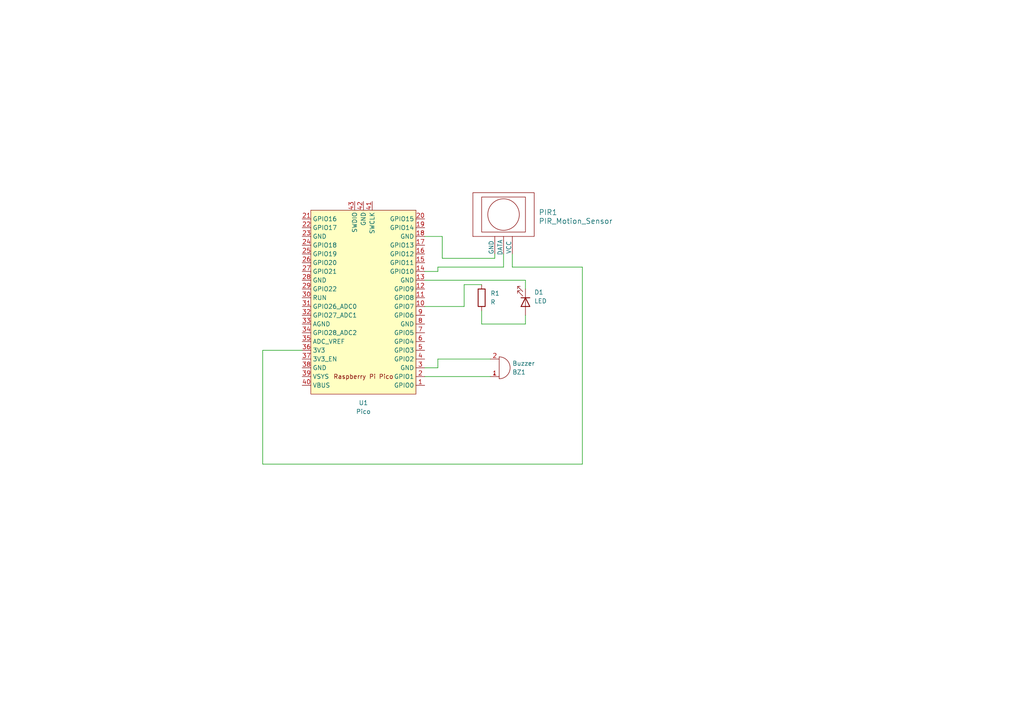
<source format=kicad_sch>
(kicad_sch
	(version 20231120)
	(generator "eeschema")
	(generator_version "8.0")
	(uuid "cbd1c1e6-9033-415c-9221-614f76e4ef47")
	(paper "A4")
	(lib_symbols
		(symbol "Device:Buzzer"
			(pin_names
				(offset 0.0254) hide)
			(exclude_from_sim no)
			(in_bom yes)
			(on_board yes)
			(property "Reference" "BZ"
				(at 3.81 1.27 0)
				(effects
					(font
						(size 1.27 1.27)
					)
					(justify left)
				)
			)
			(property "Value" "Buzzer"
				(at 3.81 -1.27 0)
				(effects
					(font
						(size 1.27 1.27)
					)
					(justify left)
				)
			)
			(property "Footprint" ""
				(at -0.635 2.54 90)
				(effects
					(font
						(size 1.27 1.27)
					)
					(hide yes)
				)
			)
			(property "Datasheet" "~"
				(at -0.635 2.54 90)
				(effects
					(font
						(size 1.27 1.27)
					)
					(hide yes)
				)
			)
			(property "Description" "Buzzer, polarized"
				(at 0 0 0)
				(effects
					(font
						(size 1.27 1.27)
					)
					(hide yes)
				)
			)
			(property "ki_keywords" "quartz resonator ceramic"
				(at 0 0 0)
				(effects
					(font
						(size 1.27 1.27)
					)
					(hide yes)
				)
			)
			(property "ki_fp_filters" "*Buzzer*"
				(at 0 0 0)
				(effects
					(font
						(size 1.27 1.27)
					)
					(hide yes)
				)
			)
			(symbol "Buzzer_0_1"
				(arc
					(start 0 -3.175)
					(mid 3.1612 0)
					(end 0 3.175)
					(stroke
						(width 0)
						(type default)
					)
					(fill
						(type none)
					)
				)
				(polyline
					(pts
						(xy -1.651 1.905) (xy -1.143 1.905)
					)
					(stroke
						(width 0)
						(type default)
					)
					(fill
						(type none)
					)
				)
				(polyline
					(pts
						(xy -1.397 2.159) (xy -1.397 1.651)
					)
					(stroke
						(width 0)
						(type default)
					)
					(fill
						(type none)
					)
				)
				(polyline
					(pts
						(xy 0 3.175) (xy 0 -3.175)
					)
					(stroke
						(width 0)
						(type default)
					)
					(fill
						(type none)
					)
				)
			)
			(symbol "Buzzer_1_1"
				(pin passive line
					(at -2.54 2.54 0)
					(length 2.54)
					(name "+"
						(effects
							(font
								(size 1.27 1.27)
							)
						)
					)
					(number "1"
						(effects
							(font
								(size 1.27 1.27)
							)
						)
					)
				)
				(pin passive line
					(at -2.54 -2.54 0)
					(length 2.54)
					(name "-"
						(effects
							(font
								(size 1.27 1.27)
							)
						)
					)
					(number "2"
						(effects
							(font
								(size 1.27 1.27)
							)
						)
					)
				)
			)
		)
		(symbol "Device:LED"
			(pin_numbers hide)
			(pin_names
				(offset 1.016) hide)
			(exclude_from_sim no)
			(in_bom yes)
			(on_board yes)
			(property "Reference" "D"
				(at 0 2.54 0)
				(effects
					(font
						(size 1.27 1.27)
					)
				)
			)
			(property "Value" "LED"
				(at 0 -2.54 0)
				(effects
					(font
						(size 1.27 1.27)
					)
				)
			)
			(property "Footprint" ""
				(at 0 0 0)
				(effects
					(font
						(size 1.27 1.27)
					)
					(hide yes)
				)
			)
			(property "Datasheet" "~"
				(at 0 0 0)
				(effects
					(font
						(size 1.27 1.27)
					)
					(hide yes)
				)
			)
			(property "Description" "Light emitting diode"
				(at 0 0 0)
				(effects
					(font
						(size 1.27 1.27)
					)
					(hide yes)
				)
			)
			(property "ki_keywords" "LED diode"
				(at 0 0 0)
				(effects
					(font
						(size 1.27 1.27)
					)
					(hide yes)
				)
			)
			(property "ki_fp_filters" "LED* LED_SMD:* LED_THT:*"
				(at 0 0 0)
				(effects
					(font
						(size 1.27 1.27)
					)
					(hide yes)
				)
			)
			(symbol "LED_0_1"
				(polyline
					(pts
						(xy -1.27 -1.27) (xy -1.27 1.27)
					)
					(stroke
						(width 0.254)
						(type default)
					)
					(fill
						(type none)
					)
				)
				(polyline
					(pts
						(xy -1.27 0) (xy 1.27 0)
					)
					(stroke
						(width 0)
						(type default)
					)
					(fill
						(type none)
					)
				)
				(polyline
					(pts
						(xy 1.27 -1.27) (xy 1.27 1.27) (xy -1.27 0) (xy 1.27 -1.27)
					)
					(stroke
						(width 0.254)
						(type default)
					)
					(fill
						(type none)
					)
				)
				(polyline
					(pts
						(xy -3.048 -0.762) (xy -4.572 -2.286) (xy -3.81 -2.286) (xy -4.572 -2.286) (xy -4.572 -1.524)
					)
					(stroke
						(width 0)
						(type default)
					)
					(fill
						(type none)
					)
				)
				(polyline
					(pts
						(xy -1.778 -0.762) (xy -3.302 -2.286) (xy -2.54 -2.286) (xy -3.302 -2.286) (xy -3.302 -1.524)
					)
					(stroke
						(width 0)
						(type default)
					)
					(fill
						(type none)
					)
				)
			)
			(symbol "LED_1_1"
				(pin passive line
					(at -3.81 0 0)
					(length 2.54)
					(name "K"
						(effects
							(font
								(size 1.27 1.27)
							)
						)
					)
					(number "1"
						(effects
							(font
								(size 1.27 1.27)
							)
						)
					)
				)
				(pin passive line
					(at 3.81 0 180)
					(length 2.54)
					(name "A"
						(effects
							(font
								(size 1.27 1.27)
							)
						)
					)
					(number "2"
						(effects
							(font
								(size 1.27 1.27)
							)
						)
					)
				)
			)
		)
		(symbol "Device:R"
			(pin_numbers hide)
			(pin_names
				(offset 0)
			)
			(exclude_from_sim no)
			(in_bom yes)
			(on_board yes)
			(property "Reference" "R"
				(at 2.032 0 90)
				(effects
					(font
						(size 1.27 1.27)
					)
				)
			)
			(property "Value" "R"
				(at 0 0 90)
				(effects
					(font
						(size 1.27 1.27)
					)
				)
			)
			(property "Footprint" ""
				(at -1.778 0 90)
				(effects
					(font
						(size 1.27 1.27)
					)
					(hide yes)
				)
			)
			(property "Datasheet" "~"
				(at 0 0 0)
				(effects
					(font
						(size 1.27 1.27)
					)
					(hide yes)
				)
			)
			(property "Description" "Resistor"
				(at 0 0 0)
				(effects
					(font
						(size 1.27 1.27)
					)
					(hide yes)
				)
			)
			(property "ki_keywords" "R res resistor"
				(at 0 0 0)
				(effects
					(font
						(size 1.27 1.27)
					)
					(hide yes)
				)
			)
			(property "ki_fp_filters" "R_*"
				(at 0 0 0)
				(effects
					(font
						(size 1.27 1.27)
					)
					(hide yes)
				)
			)
			(symbol "R_0_1"
				(rectangle
					(start -1.016 -2.54)
					(end 1.016 2.54)
					(stroke
						(width 0.254)
						(type default)
					)
					(fill
						(type none)
					)
				)
			)
			(symbol "R_1_1"
				(pin passive line
					(at 0 3.81 270)
					(length 1.27)
					(name "~"
						(effects
							(font
								(size 1.27 1.27)
							)
						)
					)
					(number "1"
						(effects
							(font
								(size 1.27 1.27)
							)
						)
					)
				)
				(pin passive line
					(at 0 -3.81 90)
					(length 1.27)
					(name "~"
						(effects
							(font
								(size 1.27 1.27)
							)
						)
					)
					(number "2"
						(effects
							(font
								(size 1.27 1.27)
							)
						)
					)
				)
			)
		)
		(symbol "MCU_RaspberryPi_and_Boards:Pico"
			(exclude_from_sim no)
			(in_bom yes)
			(on_board yes)
			(property "Reference" "U"
				(at -13.97 27.94 0)
				(effects
					(font
						(size 1.27 1.27)
					)
				)
			)
			(property "Value" "Pico"
				(at 0 19.05 0)
				(effects
					(font
						(size 1.27 1.27)
					)
				)
			)
			(property "Footprint" "RPi_Pico:RPi_Pico_SMD_TH"
				(at 0 0 90)
				(effects
					(font
						(size 1.27 1.27)
					)
					(hide yes)
				)
			)
			(property "Datasheet" ""
				(at 0 0 0)
				(effects
					(font
						(size 1.27 1.27)
					)
					(hide yes)
				)
			)
			(property "Description" ""
				(at 0 0 0)
				(effects
					(font
						(size 1.27 1.27)
					)
					(hide yes)
				)
			)
			(symbol "Pico_0_0"
				(text "Raspberry Pi Pico"
					(at 0 21.59 0)
					(effects
						(font
							(size 1.27 1.27)
						)
					)
				)
			)
			(symbol "Pico_0_1"
				(rectangle
					(start -15.24 26.67)
					(end 15.24 -26.67)
					(stroke
						(width 0)
						(type default)
					)
					(fill
						(type background)
					)
				)
			)
			(symbol "Pico_1_1"
				(pin bidirectional line
					(at -17.78 24.13 0)
					(length 2.54)
					(name "GPIO0"
						(effects
							(font
								(size 1.27 1.27)
							)
						)
					)
					(number "1"
						(effects
							(font
								(size 1.27 1.27)
							)
						)
					)
				)
				(pin bidirectional line
					(at -17.78 1.27 0)
					(length 2.54)
					(name "GPIO7"
						(effects
							(font
								(size 1.27 1.27)
							)
						)
					)
					(number "10"
						(effects
							(font
								(size 1.27 1.27)
							)
						)
					)
				)
				(pin bidirectional line
					(at -17.78 -1.27 0)
					(length 2.54)
					(name "GPIO8"
						(effects
							(font
								(size 1.27 1.27)
							)
						)
					)
					(number "11"
						(effects
							(font
								(size 1.27 1.27)
							)
						)
					)
				)
				(pin bidirectional line
					(at -17.78 -3.81 0)
					(length 2.54)
					(name "GPIO9"
						(effects
							(font
								(size 1.27 1.27)
							)
						)
					)
					(number "12"
						(effects
							(font
								(size 1.27 1.27)
							)
						)
					)
				)
				(pin power_in line
					(at -17.78 -6.35 0)
					(length 2.54)
					(name "GND"
						(effects
							(font
								(size 1.27 1.27)
							)
						)
					)
					(number "13"
						(effects
							(font
								(size 1.27 1.27)
							)
						)
					)
				)
				(pin bidirectional line
					(at -17.78 -8.89 0)
					(length 2.54)
					(name "GPIO10"
						(effects
							(font
								(size 1.27 1.27)
							)
						)
					)
					(number "14"
						(effects
							(font
								(size 1.27 1.27)
							)
						)
					)
				)
				(pin bidirectional line
					(at -17.78 -11.43 0)
					(length 2.54)
					(name "GPIO11"
						(effects
							(font
								(size 1.27 1.27)
							)
						)
					)
					(number "15"
						(effects
							(font
								(size 1.27 1.27)
							)
						)
					)
				)
				(pin bidirectional line
					(at -17.78 -13.97 0)
					(length 2.54)
					(name "GPIO12"
						(effects
							(font
								(size 1.27 1.27)
							)
						)
					)
					(number "16"
						(effects
							(font
								(size 1.27 1.27)
							)
						)
					)
				)
				(pin bidirectional line
					(at -17.78 -16.51 0)
					(length 2.54)
					(name "GPIO13"
						(effects
							(font
								(size 1.27 1.27)
							)
						)
					)
					(number "17"
						(effects
							(font
								(size 1.27 1.27)
							)
						)
					)
				)
				(pin power_in line
					(at -17.78 -19.05 0)
					(length 2.54)
					(name "GND"
						(effects
							(font
								(size 1.27 1.27)
							)
						)
					)
					(number "18"
						(effects
							(font
								(size 1.27 1.27)
							)
						)
					)
				)
				(pin bidirectional line
					(at -17.78 -21.59 0)
					(length 2.54)
					(name "GPIO14"
						(effects
							(font
								(size 1.27 1.27)
							)
						)
					)
					(number "19"
						(effects
							(font
								(size 1.27 1.27)
							)
						)
					)
				)
				(pin bidirectional line
					(at -17.78 21.59 0)
					(length 2.54)
					(name "GPIO1"
						(effects
							(font
								(size 1.27 1.27)
							)
						)
					)
					(number "2"
						(effects
							(font
								(size 1.27 1.27)
							)
						)
					)
				)
				(pin bidirectional line
					(at -17.78 -24.13 0)
					(length 2.54)
					(name "GPIO15"
						(effects
							(font
								(size 1.27 1.27)
							)
						)
					)
					(number "20"
						(effects
							(font
								(size 1.27 1.27)
							)
						)
					)
				)
				(pin bidirectional line
					(at 17.78 -24.13 180)
					(length 2.54)
					(name "GPIO16"
						(effects
							(font
								(size 1.27 1.27)
							)
						)
					)
					(number "21"
						(effects
							(font
								(size 1.27 1.27)
							)
						)
					)
				)
				(pin bidirectional line
					(at 17.78 -21.59 180)
					(length 2.54)
					(name "GPIO17"
						(effects
							(font
								(size 1.27 1.27)
							)
						)
					)
					(number "22"
						(effects
							(font
								(size 1.27 1.27)
							)
						)
					)
				)
				(pin power_in line
					(at 17.78 -19.05 180)
					(length 2.54)
					(name "GND"
						(effects
							(font
								(size 1.27 1.27)
							)
						)
					)
					(number "23"
						(effects
							(font
								(size 1.27 1.27)
							)
						)
					)
				)
				(pin bidirectional line
					(at 17.78 -16.51 180)
					(length 2.54)
					(name "GPIO18"
						(effects
							(font
								(size 1.27 1.27)
							)
						)
					)
					(number "24"
						(effects
							(font
								(size 1.27 1.27)
							)
						)
					)
				)
				(pin bidirectional line
					(at 17.78 -13.97 180)
					(length 2.54)
					(name "GPIO19"
						(effects
							(font
								(size 1.27 1.27)
							)
						)
					)
					(number "25"
						(effects
							(font
								(size 1.27 1.27)
							)
						)
					)
				)
				(pin bidirectional line
					(at 17.78 -11.43 180)
					(length 2.54)
					(name "GPIO20"
						(effects
							(font
								(size 1.27 1.27)
							)
						)
					)
					(number "26"
						(effects
							(font
								(size 1.27 1.27)
							)
						)
					)
				)
				(pin bidirectional line
					(at 17.78 -8.89 180)
					(length 2.54)
					(name "GPIO21"
						(effects
							(font
								(size 1.27 1.27)
							)
						)
					)
					(number "27"
						(effects
							(font
								(size 1.27 1.27)
							)
						)
					)
				)
				(pin power_in line
					(at 17.78 -6.35 180)
					(length 2.54)
					(name "GND"
						(effects
							(font
								(size 1.27 1.27)
							)
						)
					)
					(number "28"
						(effects
							(font
								(size 1.27 1.27)
							)
						)
					)
				)
				(pin bidirectional line
					(at 17.78 -3.81 180)
					(length 2.54)
					(name "GPIO22"
						(effects
							(font
								(size 1.27 1.27)
							)
						)
					)
					(number "29"
						(effects
							(font
								(size 1.27 1.27)
							)
						)
					)
				)
				(pin power_in line
					(at -17.78 19.05 0)
					(length 2.54)
					(name "GND"
						(effects
							(font
								(size 1.27 1.27)
							)
						)
					)
					(number "3"
						(effects
							(font
								(size 1.27 1.27)
							)
						)
					)
				)
				(pin input line
					(at 17.78 -1.27 180)
					(length 2.54)
					(name "RUN"
						(effects
							(font
								(size 1.27 1.27)
							)
						)
					)
					(number "30"
						(effects
							(font
								(size 1.27 1.27)
							)
						)
					)
				)
				(pin bidirectional line
					(at 17.78 1.27 180)
					(length 2.54)
					(name "GPIO26_ADC0"
						(effects
							(font
								(size 1.27 1.27)
							)
						)
					)
					(number "31"
						(effects
							(font
								(size 1.27 1.27)
							)
						)
					)
				)
				(pin bidirectional line
					(at 17.78 3.81 180)
					(length 2.54)
					(name "GPIO27_ADC1"
						(effects
							(font
								(size 1.27 1.27)
							)
						)
					)
					(number "32"
						(effects
							(font
								(size 1.27 1.27)
							)
						)
					)
				)
				(pin power_in line
					(at 17.78 6.35 180)
					(length 2.54)
					(name "AGND"
						(effects
							(font
								(size 1.27 1.27)
							)
						)
					)
					(number "33"
						(effects
							(font
								(size 1.27 1.27)
							)
						)
					)
				)
				(pin bidirectional line
					(at 17.78 8.89 180)
					(length 2.54)
					(name "GPIO28_ADC2"
						(effects
							(font
								(size 1.27 1.27)
							)
						)
					)
					(number "34"
						(effects
							(font
								(size 1.27 1.27)
							)
						)
					)
				)
				(pin power_in line
					(at 17.78 11.43 180)
					(length 2.54)
					(name "ADC_VREF"
						(effects
							(font
								(size 1.27 1.27)
							)
						)
					)
					(number "35"
						(effects
							(font
								(size 1.27 1.27)
							)
						)
					)
				)
				(pin power_in line
					(at 17.78 13.97 180)
					(length 2.54)
					(name "3V3"
						(effects
							(font
								(size 1.27 1.27)
							)
						)
					)
					(number "36"
						(effects
							(font
								(size 1.27 1.27)
							)
						)
					)
				)
				(pin input line
					(at 17.78 16.51 180)
					(length 2.54)
					(name "3V3_EN"
						(effects
							(font
								(size 1.27 1.27)
							)
						)
					)
					(number "37"
						(effects
							(font
								(size 1.27 1.27)
							)
						)
					)
				)
				(pin bidirectional line
					(at 17.78 19.05 180)
					(length 2.54)
					(name "GND"
						(effects
							(font
								(size 1.27 1.27)
							)
						)
					)
					(number "38"
						(effects
							(font
								(size 1.27 1.27)
							)
						)
					)
				)
				(pin power_in line
					(at 17.78 21.59 180)
					(length 2.54)
					(name "VSYS"
						(effects
							(font
								(size 1.27 1.27)
							)
						)
					)
					(number "39"
						(effects
							(font
								(size 1.27 1.27)
							)
						)
					)
				)
				(pin bidirectional line
					(at -17.78 16.51 0)
					(length 2.54)
					(name "GPIO2"
						(effects
							(font
								(size 1.27 1.27)
							)
						)
					)
					(number "4"
						(effects
							(font
								(size 1.27 1.27)
							)
						)
					)
				)
				(pin power_in line
					(at 17.78 24.13 180)
					(length 2.54)
					(name "VBUS"
						(effects
							(font
								(size 1.27 1.27)
							)
						)
					)
					(number "40"
						(effects
							(font
								(size 1.27 1.27)
							)
						)
					)
				)
				(pin input line
					(at -2.54 -29.21 90)
					(length 2.54)
					(name "SWCLK"
						(effects
							(font
								(size 1.27 1.27)
							)
						)
					)
					(number "41"
						(effects
							(font
								(size 1.27 1.27)
							)
						)
					)
				)
				(pin power_in line
					(at 0 -29.21 90)
					(length 2.54)
					(name "GND"
						(effects
							(font
								(size 1.27 1.27)
							)
						)
					)
					(number "42"
						(effects
							(font
								(size 1.27 1.27)
							)
						)
					)
				)
				(pin bidirectional line
					(at 2.54 -29.21 90)
					(length 2.54)
					(name "SWDIO"
						(effects
							(font
								(size 1.27 1.27)
							)
						)
					)
					(number "43"
						(effects
							(font
								(size 1.27 1.27)
							)
						)
					)
				)
				(pin bidirectional line
					(at -17.78 13.97 0)
					(length 2.54)
					(name "GPIO3"
						(effects
							(font
								(size 1.27 1.27)
							)
						)
					)
					(number "5"
						(effects
							(font
								(size 1.27 1.27)
							)
						)
					)
				)
				(pin bidirectional line
					(at -17.78 11.43 0)
					(length 2.54)
					(name "GPIO4"
						(effects
							(font
								(size 1.27 1.27)
							)
						)
					)
					(number "6"
						(effects
							(font
								(size 1.27 1.27)
							)
						)
					)
				)
				(pin bidirectional line
					(at -17.78 8.89 0)
					(length 2.54)
					(name "GPIO5"
						(effects
							(font
								(size 1.27 1.27)
							)
						)
					)
					(number "7"
						(effects
							(font
								(size 1.27 1.27)
							)
						)
					)
				)
				(pin power_in line
					(at -17.78 6.35 0)
					(length 2.54)
					(name "GND"
						(effects
							(font
								(size 1.27 1.27)
							)
						)
					)
					(number "8"
						(effects
							(font
								(size 1.27 1.27)
							)
						)
					)
				)
				(pin bidirectional line
					(at -17.78 3.81 0)
					(length 2.54)
					(name "GPIO6"
						(effects
							(font
								(size 1.27 1.27)
							)
						)
					)
					(number "9"
						(effects
							(font
								(size 1.27 1.27)
							)
						)
					)
				)
			)
		)
		(symbol "sensors:PIR_Motion_Sensor"
			(pin_numbers hide)
			(pin_names
				(offset 0)
			)
			(exclude_from_sim no)
			(in_bom yes)
			(on_board yes)
			(property "Reference" "PIR"
				(at 0 22.86 0)
				(effects
					(font
						(size 1.524 1.524)
					)
				)
			)
			(property "Value" "PIR_Motion_Sensor"
				(at 0 20.32 0)
				(effects
					(font
						(size 1.524 1.524)
					)
				)
			)
			(property "Footprint" ""
				(at 0 20.32 0)
				(effects
					(font
						(size 1.524 1.524)
					)
				)
			)
			(property "Datasheet" ""
				(at 0 20.32 0)
				(effects
					(font
						(size 1.524 1.524)
					)
				)
			)
			(property "Description" "PIR motion sensor"
				(at 0 0 0)
				(effects
					(font
						(size 1.27 1.27)
					)
					(hide yes)
				)
			)
			(property "ki_keywords" "motion, sensor, pyroelectric, infrared, ir"
				(at 0 0 0)
				(effects
					(font
						(size 1.27 1.27)
					)
					(hide yes)
				)
			)
			(symbol "PIR_Motion_Sensor_0_1"
				(rectangle
					(start -8.89 5.08)
					(end -8.89 5.08)
					(stroke
						(width 0)
						(type solid)
					)
					(fill
						(type none)
					)
				)
				(rectangle
					(start -8.89 5.08)
					(end 8.89 17.78)
					(stroke
						(width 0)
						(type solid)
					)
					(fill
						(type none)
					)
				)
				(rectangle
					(start -6.35 16.51)
					(end 6.35 6.35)
					(stroke
						(width 0)
						(type solid)
					)
					(fill
						(type none)
					)
				)
				(polyline
					(pts
						(xy -2.54 3.81) (xy -2.54 5.08)
					)
					(stroke
						(width 0)
						(type solid)
					)
					(fill
						(type none)
					)
				)
				(polyline
					(pts
						(xy 0 3.81) (xy 0 5.08)
					)
					(stroke
						(width 0)
						(type solid)
					)
					(fill
						(type none)
					)
				)
				(polyline
					(pts
						(xy 2.54 3.81) (xy 2.54 5.08)
					)
					(stroke
						(width 0)
						(type solid)
					)
					(fill
						(type none)
					)
				)
				(circle
					(center 0 11.43)
					(radius 4.572)
					(stroke
						(width 0)
						(type solid)
					)
					(fill
						(type none)
					)
				)
			)
			(symbol "PIR_Motion_Sensor_1_1"
				(pin power_in line
					(at -2.54 0 90)
					(length 3.81)
					(name "GND"
						(effects
							(font
								(size 1.27 1.27)
							)
						)
					)
					(number "1"
						(effects
							(font
								(size 1.27 1.27)
							)
						)
					)
				)
				(pin output line
					(at 0 0 90)
					(length 3.81)
					(name "DATA"
						(effects
							(font
								(size 1.27 1.27)
							)
						)
					)
					(number "2"
						(effects
							(font
								(size 1.27 1.27)
							)
						)
					)
				)
				(pin power_in line
					(at 2.54 0 90)
					(length 3.81)
					(name "VCC"
						(effects
							(font
								(size 1.27 1.27)
							)
						)
					)
					(number "3"
						(effects
							(font
								(size 1.27 1.27)
							)
						)
					)
				)
			)
		)
	)
	(wire
		(pts
			(xy 139.7 93.98) (xy 152.4 93.98)
		)
		(stroke
			(width 0)
			(type default)
		)
		(uuid "030ba59d-c06a-4581-90e1-cf30f92e4b30")
	)
	(wire
		(pts
			(xy 146.05 73.66) (xy 146.05 77.47)
		)
		(stroke
			(width 0)
			(type default)
		)
		(uuid "16cbc818-1605-497d-8111-153b31dbf788")
	)
	(wire
		(pts
			(xy 127 104.14) (xy 127 106.68)
		)
		(stroke
			(width 0)
			(type default)
		)
		(uuid "1739c396-3022-4e6d-9dd5-e928813c968f")
	)
	(wire
		(pts
			(xy 152.4 81.28) (xy 123.19 81.28)
		)
		(stroke
			(width 0)
			(type default)
		)
		(uuid "265ca39a-55ee-4c60-a7b1-d7acb8ee8767")
	)
	(wire
		(pts
			(xy 142.24 104.14) (xy 127 104.14)
		)
		(stroke
			(width 0)
			(type default)
		)
		(uuid "3ffb4710-22ef-4b93-9005-ea51902f3435")
	)
	(wire
		(pts
			(xy 168.91 77.47) (xy 168.91 134.62)
		)
		(stroke
			(width 0)
			(type default)
		)
		(uuid "51c62f6f-bc5c-4446-b244-19a3466d2c5c")
	)
	(wire
		(pts
			(xy 123.19 88.9) (xy 134.62 88.9)
		)
		(stroke
			(width 0)
			(type default)
		)
		(uuid "5589a46d-97bb-411c-b57c-462985bfc72a")
	)
	(wire
		(pts
			(xy 143.51 73.66) (xy 143.51 74.93)
		)
		(stroke
			(width 0)
			(type default)
		)
		(uuid "5bb8b70c-c014-400c-b718-95e6ab8a258f")
	)
	(wire
		(pts
			(xy 152.4 93.98) (xy 152.4 91.44)
		)
		(stroke
			(width 0)
			(type default)
		)
		(uuid "69375311-6fa5-4429-a0a0-ead8fe4416e4")
	)
	(wire
		(pts
			(xy 128.27 68.58) (xy 128.27 74.93)
		)
		(stroke
			(width 0)
			(type default)
		)
		(uuid "6b651ab4-51ef-4bbf-bba0-dc16e0a48a1a")
	)
	(wire
		(pts
			(xy 146.05 77.47) (xy 127 77.47)
		)
		(stroke
			(width 0)
			(type default)
		)
		(uuid "6df9e146-48c0-4f7e-9a93-0bfe11a572ac")
	)
	(wire
		(pts
			(xy 148.59 77.47) (xy 168.91 77.47)
		)
		(stroke
			(width 0)
			(type default)
		)
		(uuid "70794454-e725-4b82-b178-45af683bd7aa")
	)
	(wire
		(pts
			(xy 139.7 90.17) (xy 139.7 93.98)
		)
		(stroke
			(width 0)
			(type default)
		)
		(uuid "73c26c7e-9091-4fd9-8251-e8c20c29c93e")
	)
	(wire
		(pts
			(xy 134.62 82.55) (xy 139.7 82.55)
		)
		(stroke
			(width 0)
			(type default)
		)
		(uuid "7c553e5f-d2da-45c0-9c68-055e1ddad0e8")
	)
	(wire
		(pts
			(xy 127 78.74) (xy 123.19 78.74)
		)
		(stroke
			(width 0)
			(type default)
		)
		(uuid "a47dedb6-62fc-48e1-a115-9753258c1d12")
	)
	(wire
		(pts
			(xy 123.19 109.22) (xy 142.24 109.22)
		)
		(stroke
			(width 0)
			(type default)
		)
		(uuid "a61d6b72-ecb0-4ee3-bbe2-b854d9ee4a68")
	)
	(wire
		(pts
			(xy 168.91 134.62) (xy 76.2 134.62)
		)
		(stroke
			(width 0)
			(type default)
		)
		(uuid "a7ddcac4-50de-4fb9-934b-820a23737cfc")
	)
	(wire
		(pts
			(xy 87.63 101.6) (xy 76.2 101.6)
		)
		(stroke
			(width 0)
			(type default)
		)
		(uuid "a9305c1d-7500-4f81-9c6c-7c1c116fbf1d")
	)
	(wire
		(pts
			(xy 127 106.68) (xy 123.19 106.68)
		)
		(stroke
			(width 0)
			(type default)
		)
		(uuid "ab63118a-ab72-4582-aeed-1964495a3881")
	)
	(wire
		(pts
			(xy 123.19 68.58) (xy 128.27 68.58)
		)
		(stroke
			(width 0)
			(type default)
		)
		(uuid "c1333b9d-1ec7-45f8-86d9-06d5bfad3a7d")
	)
	(wire
		(pts
			(xy 152.4 83.82) (xy 152.4 81.28)
		)
		(stroke
			(width 0)
			(type default)
		)
		(uuid "c55460e1-2d40-420d-973f-7fc51a3dbd85")
	)
	(wire
		(pts
			(xy 148.59 73.66) (xy 148.59 77.47)
		)
		(stroke
			(width 0)
			(type default)
		)
		(uuid "d35dcfeb-7829-40ca-a7cf-93ed21947ff1")
	)
	(wire
		(pts
			(xy 76.2 101.6) (xy 76.2 134.62)
		)
		(stroke
			(width 0)
			(type default)
		)
		(uuid "d4391fa9-d447-49fc-9267-d15029d7d4bc")
	)
	(wire
		(pts
			(xy 128.27 74.93) (xy 143.51 74.93)
		)
		(stroke
			(width 0)
			(type default)
		)
		(uuid "e17c8d67-3b88-49a7-be4a-f0f8ef9a109f")
	)
	(wire
		(pts
			(xy 127 77.47) (xy 127 78.74)
		)
		(stroke
			(width 0)
			(type default)
		)
		(uuid "e846b3b3-6090-497b-8652-153ea8408620")
	)
	(wire
		(pts
			(xy 134.62 88.9) (xy 134.62 82.55)
		)
		(stroke
			(width 0)
			(type default)
		)
		(uuid "fa44066c-2f9a-4169-85a3-cf4533624808")
	)
	(symbol
		(lib_id "Device:R")
		(at 139.7 86.36 0)
		(unit 1)
		(exclude_from_sim no)
		(in_bom yes)
		(on_board yes)
		(dnp no)
		(fields_autoplaced yes)
		(uuid "15277d00-2ea6-413c-8577-c550fdceb410")
		(property "Reference" "R1"
			(at 142.24 85.0899 0)
			(effects
				(font
					(size 1.27 1.27)
				)
				(justify left)
			)
		)
		(property "Value" "R"
			(at 142.24 87.6299 0)
			(effects
				(font
					(size 1.27 1.27)
				)
				(justify left)
			)
		)
		(property "Footprint" "Resistor_THT:R_Axial_DIN0204_L3.6mm_D1.6mm_P1.90mm_Vertical"
			(at 137.922 86.36 90)
			(effects
				(font
					(size 1.27 1.27)
				)
				(hide yes)
			)
		)
		(property "Datasheet" "~"
			(at 139.7 86.36 0)
			(effects
				(font
					(size 1.27 1.27)
				)
				(hide yes)
			)
		)
		(property "Description" "Resistor"
			(at 139.7 86.36 0)
			(effects
				(font
					(size 1.27 1.27)
				)
				(hide yes)
			)
		)
		(pin "2"
			(uuid "fd61fec1-cf8c-4fc7-a14c-2a8b6e07eed9")
		)
		(pin "1"
			(uuid "b2f7181e-ac5a-466e-aa4b-800b8a0b4ea5")
		)
		(instances
			(project "bmm"
				(path "/cbd1c1e6-9033-415c-9221-614f76e4ef47"
					(reference "R1")
					(unit 1)
				)
			)
		)
	)
	(symbol
		(lib_id "sensors:PIR_Motion_Sensor")
		(at 146.05 73.66 0)
		(unit 1)
		(exclude_from_sim no)
		(in_bom yes)
		(on_board yes)
		(dnp no)
		(fields_autoplaced yes)
		(uuid "4bad302c-fc72-46a0-aebe-68adade6b296")
		(property "Reference" "PIR1"
			(at 156.21 61.5949 0)
			(effects
				(font
					(size 1.524 1.524)
				)
				(justify left)
			)
		)
		(property "Value" "PIR_Motion_Sensor"
			(at 156.21 64.1349 0)
			(effects
				(font
					(size 1.524 1.524)
				)
				(justify left)
			)
		)
		(property "Footprint" "Sensors:PIR_Motion_Sensor"
			(at 146.05 53.34 0)
			(effects
				(font
					(size 1.524 1.524)
				)
				(hide yes)
			)
		)
		(property "Datasheet" ""
			(at 146.05 53.34 0)
			(effects
				(font
					(size 1.524 1.524)
				)
			)
		)
		(property "Description" "PIR motion sensor"
			(at 146.05 73.66 0)
			(effects
				(font
					(size 1.27 1.27)
				)
				(hide yes)
			)
		)
		(pin "3"
			(uuid "a9f76a1e-f356-4da3-b1bf-d72a55f66126")
		)
		(pin "1"
			(uuid "1c0940aa-778c-4baa-a119-5d56ef22c11d")
		)
		(pin "2"
			(uuid "e136ecb5-502f-4326-80f2-f86bf5475f32")
		)
		(instances
			(project "bmm"
				(path "/cbd1c1e6-9033-415c-9221-614f76e4ef47"
					(reference "PIR1")
					(unit 1)
				)
			)
		)
	)
	(symbol
		(lib_id "MCU_RaspberryPi_and_Boards:Pico")
		(at 105.41 87.63 180)
		(unit 1)
		(exclude_from_sim no)
		(in_bom yes)
		(on_board yes)
		(dnp no)
		(fields_autoplaced yes)
		(uuid "77115027-8f0b-4f25-9f72-4db40a7eb9ee")
		(property "Reference" "U1"
			(at 105.41 116.84 0)
			(effects
				(font
					(size 1.27 1.27)
				)
			)
		)
		(property "Value" "Pico"
			(at 105.41 119.38 0)
			(effects
				(font
					(size 1.27 1.27)
				)
			)
		)
		(property "Footprint" "MCU_RaspberryPi_and_Boards:RPi_Pico_SMD_TH"
			(at 105.41 87.63 90)
			(effects
				(font
					(size 1.27 1.27)
				)
				(hide yes)
			)
		)
		(property "Datasheet" ""
			(at 105.41 87.63 0)
			(effects
				(font
					(size 1.27 1.27)
				)
				(hide yes)
			)
		)
		(property "Description" ""
			(at 105.41 87.63 0)
			(effects
				(font
					(size 1.27 1.27)
				)
				(hide yes)
			)
		)
		(pin "19"
			(uuid "6b78a51d-313d-42be-ab76-af806b04ac53")
		)
		(pin "25"
			(uuid "0f3dc7e5-bf1f-457e-a2ad-858311e13c61")
		)
		(pin "37"
			(uuid "1bfb2a9e-384e-456a-be96-abea89088912")
		)
		(pin "43"
			(uuid "0f2619dd-956b-4558-9e41-de2779f4f5da")
		)
		(pin "5"
			(uuid "451949ec-a489-4f23-a19b-51b559c663d5")
		)
		(pin "8"
			(uuid "72b0f463-e287-4695-8d86-c26cd738dc95")
		)
		(pin "26"
			(uuid "55e8bcc2-f8be-4a0a-802f-82e1369241b4")
		)
		(pin "17"
			(uuid "c2c72b8a-50c8-452e-b88e-5523813795c9")
		)
		(pin "35"
			(uuid "1e7611d0-1061-4963-8ae3-f2421743dc79")
		)
		(pin "34"
			(uuid "38107a12-6f83-4164-b158-8099523ad021")
		)
		(pin "14"
			(uuid "998ce90e-d4ee-4d10-bf1e-2d44ef72e703")
		)
		(pin "2"
			(uuid "93ef6321-ccf5-4054-8f30-90dcb6e6665b")
		)
		(pin "24"
			(uuid "f0effbe0-ce3f-4355-a312-234787775394")
		)
		(pin "39"
			(uuid "576b9a8f-60c7-4a4e-9e5d-a5510377a33d")
		)
		(pin "38"
			(uuid "76d6add3-f14a-49e6-8295-17cea9ac7042")
		)
		(pin "30"
			(uuid "c2f80ea2-3bad-42cc-9dec-991db84a5633")
		)
		(pin "36"
			(uuid "04c70f48-27fa-438b-833c-ce0e786f148e")
		)
		(pin "32"
			(uuid "a07a6b8d-3fb0-4f6a-a348-727d6256709b")
		)
		(pin "21"
			(uuid "ffd1cd06-463f-4ab1-b73c-b4d51715a5b1")
		)
		(pin "23"
			(uuid "f9e97569-a06f-4d44-9bed-25e450af674a")
		)
		(pin "29"
			(uuid "589adde2-6d18-4035-b163-02f47ef24a01")
		)
		(pin "3"
			(uuid "ac692a1f-c732-4c41-9dce-29fff4801b74")
		)
		(pin "40"
			(uuid "433d06c7-5002-441c-bd50-8fbd079c5426")
		)
		(pin "22"
			(uuid "c35d02bf-4c8b-4d71-9beb-3fdd2190db63")
		)
		(pin "16"
			(uuid "e990452f-6067-4f40-8f63-f466c8ffe7d3")
		)
		(pin "12"
			(uuid "a48966fd-9620-4ed6-b410-07411f70d052")
		)
		(pin "27"
			(uuid "b87de354-1009-4b42-aa65-7537fc77ee45")
		)
		(pin "41"
			(uuid "bba340a3-74f3-4e9f-ac0d-661e689f8cc5")
		)
		(pin "9"
			(uuid "bf2e4a23-a7ed-489d-b53c-e6983b530d2e")
		)
		(pin "13"
			(uuid "292e690b-c08c-42ef-9d06-77a992bfb9d2")
		)
		(pin "1"
			(uuid "2e4e6b62-bafe-4492-892c-31780b644bfe")
		)
		(pin "31"
			(uuid "541018d9-21d5-46a8-9cda-462b4e8aed91")
		)
		(pin "4"
			(uuid "91b2dd8b-64fb-4bb5-b408-6c538ba10fed")
		)
		(pin "28"
			(uuid "5b528065-8f0a-40d3-a8ee-811ac4027e44")
		)
		(pin "42"
			(uuid "3ae8fa02-23bc-4cd5-aa7d-dbb363ba9f82")
		)
		(pin "33"
			(uuid "2b978f2f-6ad9-47b6-a7a2-4360e685e44e")
		)
		(pin "6"
			(uuid "7d0009b9-6ec4-4143-ab02-7fe016ea79c7")
		)
		(pin "7"
			(uuid "e98149b6-6211-41fe-b652-3c66e2f71cc6")
		)
		(pin "10"
			(uuid "c2d9aed4-80ab-4f34-b28d-5f289744cc91")
		)
		(pin "18"
			(uuid "9fdc322f-5087-4b0d-8d7b-efa25d74042e")
		)
		(pin "11"
			(uuid "e775788f-bd22-4610-8909-632b348cde7a")
		)
		(pin "20"
			(uuid "6adedfb4-6bfb-485c-94a0-1ecc22f386b7")
		)
		(pin "15"
			(uuid "e5b29f05-546d-4267-9fdd-06c5b0261865")
		)
		(instances
			(project "bmm"
				(path "/cbd1c1e6-9033-415c-9221-614f76e4ef47"
					(reference "U1")
					(unit 1)
				)
			)
		)
	)
	(symbol
		(lib_id "Device:LED")
		(at 152.4 87.63 270)
		(unit 1)
		(exclude_from_sim no)
		(in_bom yes)
		(on_board yes)
		(dnp no)
		(fields_autoplaced yes)
		(uuid "cdc60327-1754-448f-8d56-5804c1104e55")
		(property "Reference" "D1"
			(at 154.94 84.7724 90)
			(effects
				(font
					(size 1.27 1.27)
				)
				(justify left)
			)
		)
		(property "Value" "LED"
			(at 154.94 87.3124 90)
			(effects
				(font
					(size 1.27 1.27)
				)
				(justify left)
			)
		)
		(property "Footprint" "LED_THT:LED_D1.8mm_W1.8mm_H2.4mm_Horizontal_O1.27mm_Z1.6mm"
			(at 152.4 87.63 0)
			(effects
				(font
					(size 1.27 1.27)
				)
				(hide yes)
			)
		)
		(property "Datasheet" "~"
			(at 152.4 87.63 0)
			(effects
				(font
					(size 1.27 1.27)
				)
				(hide yes)
			)
		)
		(property "Description" "Light emitting diode"
			(at 152.4 87.63 0)
			(effects
				(font
					(size 1.27 1.27)
				)
				(hide yes)
			)
		)
		(pin "1"
			(uuid "49789987-c1e3-42aa-8823-93ec8ece02ed")
		)
		(pin "2"
			(uuid "a750a417-b8fb-44eb-af6c-9eb5d67490b2")
		)
		(instances
			(project "bmm"
				(path "/cbd1c1e6-9033-415c-9221-614f76e4ef47"
					(reference "D1")
					(unit 1)
				)
			)
		)
	)
	(symbol
		(lib_id "Device:Buzzer")
		(at 144.78 106.68 0)
		(mirror x)
		(unit 1)
		(exclude_from_sim no)
		(in_bom yes)
		(on_board yes)
		(dnp no)
		(uuid "fd877359-c3dd-4d72-9d1a-75080c0850ae")
		(property "Reference" "BZ1"
			(at 148.59 107.9501 0)
			(effects
				(font
					(size 1.27 1.27)
				)
				(justify left)
			)
		)
		(property "Value" "Buzzer"
			(at 148.59 105.4101 0)
			(effects
				(font
					(size 1.27 1.27)
				)
				(justify left)
			)
		)
		(property "Footprint" "Buzzer_Beeper:Buzzer_12x9.5RM7.6"
			(at 144.145 109.22 90)
			(effects
				(font
					(size 1.27 1.27)
				)
				(hide yes)
			)
		)
		(property "Datasheet" "~"
			(at 144.145 109.22 90)
			(effects
				(font
					(size 1.27 1.27)
				)
				(hide yes)
			)
		)
		(property "Description" "Buzzer, polarized"
			(at 144.78 106.68 0)
			(effects
				(font
					(size 1.27 1.27)
				)
				(hide yes)
			)
		)
		(pin "1"
			(uuid "d183e4e0-d7c0-4a33-94af-ce911e272bbe")
		)
		(pin "2"
			(uuid "63601af1-ba0d-405b-815a-4c39cd93ec46")
		)
		(instances
			(project "bmm"
				(path "/cbd1c1e6-9033-415c-9221-614f76e4ef47"
					(reference "BZ1")
					(unit 1)
				)
			)
		)
	)
	(sheet_instances
		(path "/"
			(page "1")
		)
	)
)
</source>
